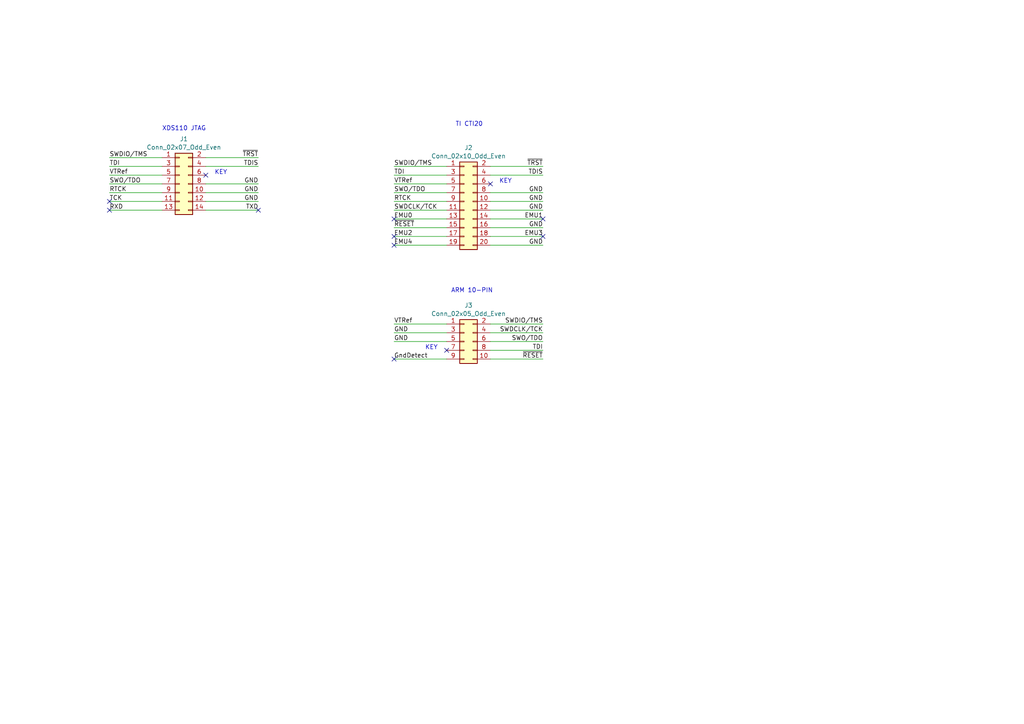
<source format=kicad_sch>
(kicad_sch (version 20230121) (generator eeschema)
  (paper "A4")
  (lib_symbols
    (symbol "Connector_Generic:Conn_02x05_Odd_Even" (pin_names (offset 1.016) hide)
      (property "Reference" "J" (at 1.27 7.62 0))
      (property "Value" "Conn_02x05_Odd_Even" (at 1.27 -7.62 0))
      (symbol "Conn_02x05_Odd_Even_1_1"
        (rectangle (start -1.27 -4.953) (end 0 -5.207) (stroke (width 0.1524)))
        (rectangle (start -1.27 -2.413) (end 0 -2.667) (stroke (width 0.1524)))
        (rectangle (start -1.27 0.127) (end 0 -0.127) (stroke (width 0.1524)))
        (rectangle (start -1.27 2.667) (end 0 2.413) (stroke (width 0.1524)))
        (rectangle (start -1.27 5.207) (end 0 4.953) (stroke (width 0.1524)))
        (rectangle (start -1.27 6.35) (end 3.81 -6.35) (stroke (width 0.254)) (fill (type background)))
        (rectangle (start 3.81 -4.953) (end 2.54 -5.207) (stroke (width 0.1524)))
        (rectangle (start 3.81 -2.413) (end 2.54 -2.667) (stroke (width 0.1524)))
        (rectangle (start 3.81 0.127) (end 2.54 -0.127) (stroke (width 0.1524)))
        (rectangle (start 3.81 2.667) (end 2.54 2.413) (stroke (width 0.1524)))
        (rectangle (start 3.81 5.207) (end 2.54 4.953) (stroke (width 0.1524)))
        (pin passive line (at -5.08 5.08 0) (length 3.81) (name "Pin_1") (number "1"))
        (pin passive line (at 7.62 -5.08 180) (length 3.81) (name "Pin_10") (number "10"))
        (pin passive line (at 7.62 5.08 180) (length 3.81) (name "Pin_2") (number "2"))
        (pin passive line (at -5.08 2.54 0) (length 3.81) (name "Pin_3") (number "3"))
        (pin passive line (at 7.62 2.54 180) (length 3.81) (name "Pin_4") (number "4"))
        (pin passive line (at -5.08 0 0) (length 3.81) (name "Pin_5") (number "5"))
        (pin passive line (at 7.62 0 180) (length 3.81) (name "Pin_6") (number "6"))
        (pin passive line (at -5.08 -2.54 0) (length 3.81) (name "Pin_7") (number "7"))
        (pin passive line (at 7.62 -2.54 180) (length 3.81) (name "Pin_8") (number "8"))
        (pin passive line (at -5.08 -5.08 0) (length 3.81) (name "Pin_9") (number "9"))
      )
    )
    (symbol "Connector_Generic:Conn_02x07_Odd_Even" (pin_names (offset 1.016) hide)
      (property "Reference" "J" (at 1.27 10.16 0))
      (property "Value" "Conn_02x07_Odd_Even" (at 1.27 -10.16 0))
      (symbol "Conn_02x07_Odd_Even_1_1"
        (rectangle (start -1.27 -7.493) (end 0 -7.747) (stroke (width 0.1524)))
        (rectangle (start -1.27 -4.953) (end 0 -5.207) (stroke (width 0.1524)))
        (rectangle (start -1.27 -2.413) (end 0 -2.667) (stroke (width 0.1524)))
        (rectangle (start -1.27 0.127) (end 0 -0.127) (stroke (width 0.1524)))
        (rectangle (start -1.27 2.667) (end 0 2.413) (stroke (width 0.1524)))
        (rectangle (start -1.27 5.207) (end 0 4.953) (stroke (width 0.1524)))
        (rectangle (start -1.27 7.747) (end 0 7.493) (stroke (width 0.1524)))
        (rectangle (start -1.27 8.89) (end 3.81 -8.89) (stroke (width 0.254)) (fill (type background)))
        (rectangle (start 3.81 -7.493) (end 2.54 -7.747) (stroke (width 0.1524)))
        (rectangle (start 3.81 -4.953) (end 2.54 -5.207) (stroke (width 0.1524)))
        (rectangle (start 3.81 -2.413) (end 2.54 -2.667) (stroke (width 0.1524)))
        (rectangle (start 3.81 0.127) (end 2.54 -0.127) (stroke (width 0.1524)))
        (rectangle (start 3.81 2.667) (end 2.54 2.413) (stroke (width 0.1524)))
        (rectangle (start 3.81 5.207) (end 2.54 4.953) (stroke (width 0.1524)))
        (rectangle (start 3.81 7.747) (end 2.54 7.493) (stroke (width 0.1524)))
        (pin passive line (at -5.08 7.62 0) (length 3.81) (name "Pin_1") (number "1"))
        (pin passive line (at 7.62 -2.54 180) (length 3.81) (name "Pin_10") (number "10"))
        (pin passive line (at -5.08 -5.08 0) (length 3.81) (name "Pin_11") (number "11"))
        (pin passive line (at 7.62 -5.08 180) (length 3.81) (name "Pin_12") (number "12"))
        (pin passive line (at -5.08 -7.62 0) (length 3.81) (name "Pin_13") (number "13"))
        (pin passive line (at 7.62 -7.62 180) (length 3.81) (name "Pin_14") (number "14"))
        (pin passive line (at 7.62 7.62 180) (length 3.81) (name "Pin_2") (number "2"))
        (pin passive line (at -5.08 5.08 0) (length 3.81) (name "Pin_3") (number "3"))
        (pin passive line (at 7.62 5.08 180) (length 3.81) (name "Pin_4") (number "4"))
        (pin passive line (at -5.08 2.54 0) (length 3.81) (name "Pin_5") (number "5"))
        (pin passive line (at 7.62 2.54 180) (length 3.81) (name "Pin_6") (number "6"))
        (pin passive line (at -5.08 0 0) (length 3.81) (name "Pin_7") (number "7"))
        (pin passive line (at 7.62 0 180) (length 3.81) (name "Pin_8") (number "8"))
        (pin passive line (at -5.08 -2.54 0) (length 3.81) (name "Pin_9") (number "9"))
      )
    )
    (symbol "Connector_Generic:Conn_02x10_Odd_Even" (pin_names (offset 1.016) hide)
      (property "Reference" "J" (at 1.27 12.7 0))
      (property "Value" "Conn_02x10_Odd_Even" (at 1.27 -15.24 0))
      (symbol "Conn_02x10_Odd_Even_1_1"
        (rectangle (start -1.27 -12.573) (end 0 -12.827) (stroke (width 0.1524)))
        (rectangle (start -1.27 -10.033) (end 0 -10.287) (stroke (width 0.1524)))
        (rectangle (start -1.27 -7.493) (end 0 -7.747) (stroke (width 0.1524)))
        (rectangle (start -1.27 -4.953) (end 0 -5.207) (stroke (width 0.1524)))
        (rectangle (start -1.27 -2.413) (end 0 -2.667) (stroke (width 0.1524)))
        (rectangle (start -1.27 0.127) (end 0 -0.127) (stroke (width 0.1524)))
        (rectangle (start -1.27 2.667) (end 0 2.413) (stroke (width 0.1524)))
        (rectangle (start -1.27 5.207) (end 0 4.953) (stroke (width 0.1524)))
        (rectangle (start -1.27 7.747) (end 0 7.493) (stroke (width 0.1524)))
        (rectangle (start -1.27 10.287) (end 0 10.033) (stroke (width 0.1524)))
        (rectangle (start -1.27 11.43) (end 3.81 -13.97) (stroke (width 0.254)) (fill (type background)))
        (rectangle (start 3.81 -12.573) (end 2.54 -12.827) (stroke (width 0.1524)))
        (rectangle (start 3.81 -10.033) (end 2.54 -10.287) (stroke (width 0.1524)))
        (rectangle (start 3.81 -7.493) (end 2.54 -7.747) (stroke (width 0.1524)))
        (rectangle (start 3.81 -4.953) (end 2.54 -5.207) (stroke (width 0.1524)))
        (rectangle (start 3.81 -2.413) (end 2.54 -2.667) (stroke (width 0.1524)))
        (rectangle (start 3.81 0.127) (end 2.54 -0.127) (stroke (width 0.1524)))
        (rectangle (start 3.81 2.667) (end 2.54 2.413) (stroke (width 0.1524)))
        (rectangle (start 3.81 5.207) (end 2.54 4.953) (stroke (width 0.1524)))
        (rectangle (start 3.81 7.747) (end 2.54 7.493) (stroke (width 0.1524)))
        (rectangle (start 3.81 10.287) (end 2.54 10.033) (stroke (width 0.1524)))
        (pin passive line (at -5.08 10.16 0) (length 3.81) (name "Pin_1") (number "1"))
        (pin passive line (at 7.62 0 180) (length 3.81) (name "Pin_10") (number "10"))
        (pin passive line (at -5.08 -2.54 0) (length 3.81) (name "Pin_11") (number "11"))
        (pin passive line (at 7.62 -2.54 180) (length 3.81) (name "Pin_12") (number "12"))
        (pin passive line (at -5.08 -5.08 0) (length 3.81) (name "Pin_13") (number "13"))
        (pin passive line (at 7.62 -5.08 180) (length 3.81) (name "Pin_14") (number "14"))
        (pin passive line (at -5.08 -7.62 0) (length 3.81) (name "Pin_15") (number "15"))
        (pin passive line (at 7.62 -7.62 180) (length 3.81) (name "Pin_16") (number "16"))
        (pin passive line (at -5.08 -10.16 0) (length 3.81) (name "Pin_17") (number "17"))
        (pin passive line (at 7.62 -10.16 180) (length 3.81) (name "Pin_18") (number "18"))
        (pin passive line (at -5.08 -12.7 0) (length 3.81) (name "Pin_19") (number "19"))
        (pin passive line (at 7.62 10.16 180) (length 3.81) (name "Pin_2") (number "2"))
        (pin passive line (at 7.62 -12.7 180) (length 3.81) (name "Pin_20") (number "20"))
        (pin passive line (at -5.08 7.62 0) (length 3.81) (name "Pin_3") (number "3"))
        (pin passive line (at 7.62 7.62 180) (length 3.81) (name "Pin_4") (number "4"))
        (pin passive line (at -5.08 5.08 0) (length 3.81) (name "Pin_5") (number "5"))
        (pin passive line (at 7.62 5.08 180) (length 3.81) (name "Pin_6") (number "6"))
        (pin passive line (at -5.08 2.54 0) (length 3.81) (name "Pin_7") (number "7"))
        (pin passive line (at 7.62 2.54 180) (length 3.81) (name "Pin_8") (number "8"))
        (pin passive line (at -5.08 0 0) (length 3.81) (name "Pin_9") (number "9"))
      )
    )
  )
  (no_connect (at 114.3 71.12))
  (no_connect (at 157.48 68.58))
  (no_connect (at 59.69 50.8))
  (no_connect (at 142.24 53.34))
  (no_connect (at 74.93 60.96))
  (no_connect (at 129.54 101.6))
  (no_connect (at 114.3 68.58))
  (no_connect (at 114.3 63.5))
  (no_connect (at 114.3 104.14))
  (no_connect (at 31.75 60.96))
  (no_connect (at 31.75 58.42))
  (no_connect (at 157.48 63.5))
  (wire (pts (xy 157.48 93.98) (xy 142.24 93.98)))
  (wire (pts (xy 157.48 60.96) (xy 142.24 60.96)))
  (wire (pts (xy 74.93 53.34) (xy 59.69 53.34)))
  (wire (pts (xy 114.3 58.42) (xy 129.54 58.42)))
  (wire (pts (xy 31.75 45.72) (xy 46.99 45.72)))
  (wire (pts (xy 157.48 68.58) (xy 142.24 68.58)))
  (wire (pts (xy 114.3 96.52) (xy 129.54 96.52)))
  (wire (pts (xy 114.3 66.04) (xy 129.54 66.04)))
  (wire (pts (xy 157.48 58.42) (xy 142.24 58.42)))
  (wire (pts (xy 114.3 104.14) (xy 129.54 104.14)))
  (wire (pts (xy 31.75 55.88) (xy 46.99 55.88)))
  (wire (pts (xy 74.93 58.42) (xy 59.69 58.42)))
  (wire (pts (xy 114.3 55.88) (xy 129.54 55.88)))
  (wire (pts (xy 157.48 48.26) (xy 142.24 48.26)))
  (wire (pts (xy 114.3 68.58) (xy 129.54 68.58)))
  (wire (pts (xy 74.93 48.26) (xy 59.69 48.26)))
  (wire (pts (xy 114.3 50.8) (xy 129.54 50.8)))
  (wire (pts (xy 157.48 55.88) (xy 142.24 55.88)))
  (wire (pts (xy 157.48 63.5) (xy 142.24 63.5)))
  (wire (pts (xy 74.93 60.96) (xy 59.69 60.96)))
  (wire (pts (xy 157.48 66.04) (xy 142.24 66.04)))
  (wire (pts (xy 157.48 96.52) (xy 142.24 96.52)))
  (wire (pts (xy 157.48 101.6) (xy 142.24 101.6)))
  (wire (pts (xy 31.75 48.26) (xy 46.99 48.26)))
  (wire (pts (xy 74.93 45.72) (xy 59.69 45.72)))
  (wire (pts (xy 31.75 53.34) (xy 46.99 53.34)))
  (wire (pts (xy 114.3 60.96) (xy 129.54 60.96)))
  (wire (pts (xy 114.3 71.12) (xy 129.54 71.12)))
  (wire (pts (xy 157.48 50.8) (xy 142.24 50.8)))
  (wire (pts (xy 114.3 93.98) (xy 129.54 93.98)))
  (wire (pts (xy 74.93 55.88) (xy 59.69 55.88)))
  (wire (pts (xy 31.75 50.8) (xy 46.99 50.8)))
  (wire (pts (xy 114.3 63.5) (xy 129.54 63.5)))
  (wire (pts (xy 31.75 60.96) (xy 46.99 60.96)))
  (wire (pts (xy 114.3 48.26) (xy 129.54 48.26)))
  (wire (pts (xy 31.75 58.42) (xy 46.99 58.42)))
  (wire (pts (xy 114.3 99.06) (xy 129.54 99.06)))
  (wire (pts (xy 114.3 53.34) (xy 129.54 53.34)))
  (wire (pts (xy 157.48 104.14) (xy 142.24 104.14)))
  (wire (pts (xy 157.48 71.12) (xy 142.24 71.12)))
  (wire (pts (xy 157.48 99.06) (xy 142.24 99.06)))
  (text "ARM 10-PIN" (at 130.81 85.09 0) (effects (font (size 1.27 1.27)) (justify left bottom)))
  (text "XDS110 JTAG" (at 46.99 38.1 0) (effects (font (size 1.27 1.27)) (justify left bottom)))
  (text "KEY" (at 62.23 50.8 0) (effects (font (size 1.27 1.27)) (justify left bottom)))
  (text "KEY" (at 144.78 53.34 0) (effects (font (size 1.27 1.27)) (justify left bottom)))
  (text "KEY" (at 127 101.6 0) (effects (font (size 1.27 1.27)) (justify right bottom)))
  (text "TI CTI20" (at 132.08 36.83 0) (effects (font (size 1.27 1.27)) (justify left bottom)))
  (label "~{RESET}" (at 114.3 66.04 0))
  (label "SWO{slash}TDO" (at 157.48 99.06 180))
  (label "SWO{slash}TDO" (at 31.75 53.34 0))
  (label "~{TRST}" (at 157.48 48.26 180))
  (label "GndDetect" (at 114.3 104.14 0))
  (label "EMU4" (at 114.3 71.12 0))
  (label "GND" (at 114.3 96.52 0))
  (label "TCK" (at 31.75 58.42 0))
  (label "TDI" (at 31.75 48.26 0))
  (label "GND" (at 157.48 55.88 180))
  (label "VTRef" (at 114.3 93.98 0))
  (label "TDIS" (at 74.93 48.26 180))
  (label "TDIS" (at 157.48 50.8 180))
  (label "GND" (at 157.48 60.96 180))
  (label "SWDCLK{slash}TCK" (at 114.3 60.96 0))
  (label "SWDIO{slash}TMS" (at 114.3 48.26 0))
  (label "SWO{slash}TDO" (at 114.3 55.88 0))
  (label "VTRef" (at 114.3 53.34 0))
  (label "VTRef" (at 31.75 50.8 0))
  (label "RTCK" (at 114.3 58.42 0))
  (label "TDI" (at 157.48 101.6 180))
  (label "GND" (at 157.48 58.42 180))
  (label "EMU0" (at 114.3 63.5 0))
  (label "GND" (at 157.48 66.04 180))
  (label "EMU2" (at 114.3 68.58 0))
  (label "~{TRST}" (at 74.93 45.72 180))
  (label "TDI" (at 114.3 50.8 0))
  (label "RTCK" (at 31.75 55.88 0))
  (label "GND" (at 74.93 55.88 180))
  (label "~{RESET}" (at 157.48 104.14 180))
  (label "RXD" (at 31.75 60.96 0))
  (label "GND" (at 74.93 58.42 180))
  (label "TXD" (at 74.93 60.96 180))
  (label "GND" (at 157.48 71.12 180))
  (label "EMU3" (at 157.48 68.58 180))
  (label "SWDIO{slash}TMS" (at 157.48 93.98 180))
  (label "SWDIO{slash}TMS" (at 31.75 45.72 0))
  (label "EMU1" (at 157.48 63.5 180))
  (label "GND" (at 74.93 53.34 180))
  (label "SWDCLK{slash}TCK" (at 157.48 96.52 180))
  (label "GND" (at 114.3 99.06 0))
  (symbol (lib_id "Connector_Generic:Conn_02x10_Odd_Even") (at 134.62 58.42 0) (unit 1)
    (property "Reference" "J2" (at 135.89 42.8457 0))
    (property "Value" "Conn_02x10_Odd_Even" (at 135.89 45.2699 0))
    (property "Footprint" "Connector_PinHeader_1.27mm:PinHeader_2x10_P1.27mm_Vertical_SMD" (effects hide))
    (property "Description" "间距:1.27mm 2x10P 立贴 方针" (effects hide))
    (property "LCSC" "C59981" (effects hide))
    (property "Vendor" " BOOMELE(博穆精密)" (effects hide))
    (property "Vendor Model" "1.27-2*10P立贴针" (effects hide))
  )
  (symbol (lib_id "Connector_Generic:Conn_02x05_Odd_Even") (at 134.62 99.06 0) (unit 1)
    (property "Reference" "J3" (at 135.89 88.5657 0))
    (property "Value" "Conn_02x05_Odd_Even" (at 135.89 90.9899 0))
    (property "Footprint" "Connector_PinHeader_1.27mm:PinHeader_2x05_P1.27mm_Vertical_SMD" (effects hide))
    (property "Description" "FTSH-105-01-LM-DV-K" (effects hide))
    (property "LCSC" "C2874168" (effects hide))
    (property "Vendor" "SAMTEC" (effects hide))
    (property "Vendor Model" "FTSH-105-01-LM-DV-K" (effects hide))
  )
  (symbol (lib_id "Connector_Generic:Conn_02x07_Odd_Even") (at 52.07 53.34 0) (unit 1)
    (property "Reference" "J1" (at 53.34 40.3057 0))
    (property "Value" "Conn_02x07_Odd_Even" (at 53.34 42.7299 0))
    (property "Footprint" "Connector_PinSocket_2.54mm:PinSocket_2x07_P2.54mm_Horizontal" (effects hide))
    (property "LCSC" "C2936004" (effects hide))
    (property "Description" "排母 / 间距:2.54mm 2x7P 弯插" (effects hide))
    (property "Vendor" "DEALON(德艺隆)" (effects hide))
    (property "Vendor Model" "DW254W-22-14-85" (effects hide))
  )
)
</source>
